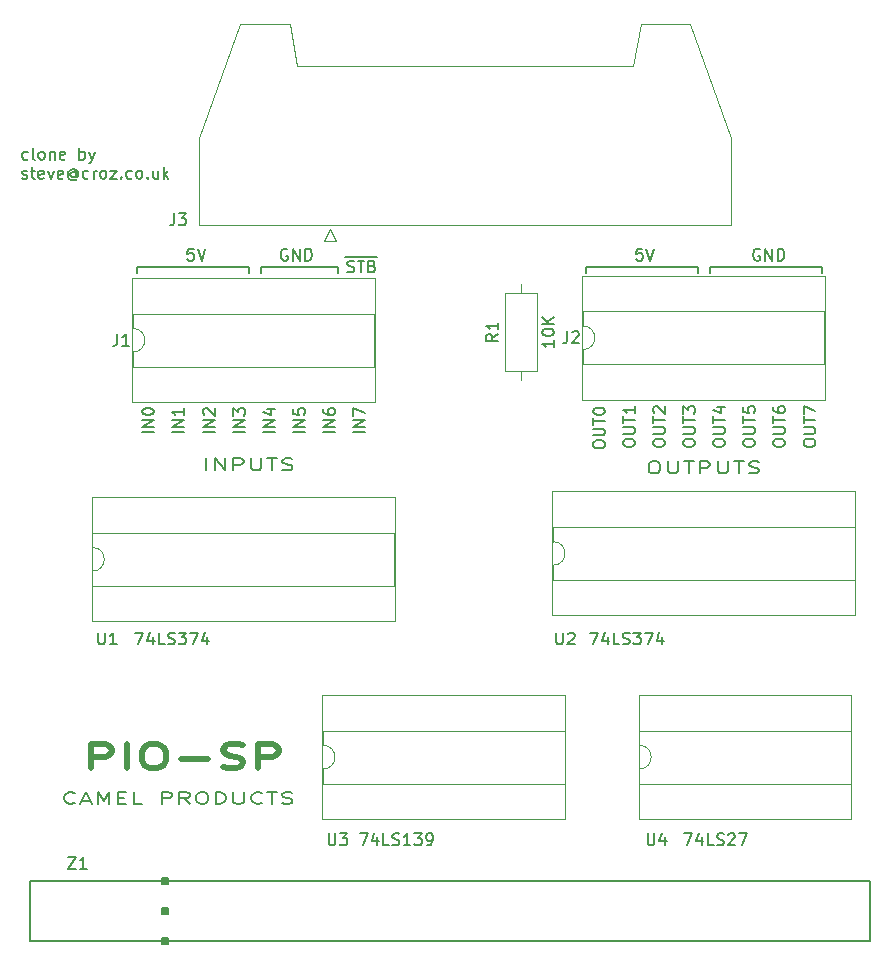
<source format=gbr>
%TF.GenerationSoftware,KiCad,Pcbnew,(6.0.5-0)*%
%TF.CreationDate,2023-11-24T08:12:00-08:00*%
%TF.ProjectId,pio-sp-clone,70696f2d-7370-42d6-936c-6f6e652e6b69,ISS01*%
%TF.SameCoordinates,Original*%
%TF.FileFunction,Legend,Top*%
%TF.FilePolarity,Positive*%
%FSLAX46Y46*%
G04 Gerber Fmt 4.6, Leading zero omitted, Abs format (unit mm)*
G04 Created by KiCad (PCBNEW (6.0.5-0)) date 2023-11-24 08:12:00*
%MOMM*%
%LPD*%
G01*
G04 APERTURE LIST*
%ADD10C,0.150000*%
%ADD11C,0.200000*%
%ADD12C,0.500000*%
%ADD13C,0.120000*%
G04 APERTURE END LIST*
D10*
X132320000Y-72820000D02*
X138820000Y-72820000D01*
X170320000Y-72820000D02*
X179820000Y-72820000D01*
X123924000Y-124552000D02*
X124432000Y-124552000D01*
X124432000Y-124552000D02*
X124432000Y-125060000D01*
X124432000Y-125060000D02*
X123924000Y-125060000D01*
X123924000Y-125060000D02*
X123924000Y-124552000D01*
G36*
X123924000Y-124552000D02*
G01*
X124432000Y-124552000D01*
X124432000Y-125060000D01*
X123924000Y-125060000D01*
X123924000Y-124552000D01*
G37*
X131320000Y-72820000D02*
X131320000Y-73320000D01*
X170320000Y-72820000D02*
X170320000Y-73320000D01*
X159820000Y-72820000D02*
X169320000Y-72820000D01*
X132320000Y-73320000D02*
X132320000Y-72820000D01*
X169320000Y-72820000D02*
X169320000Y-73320000D01*
X123924000Y-127092000D02*
X124432000Y-127092000D01*
X124432000Y-127092000D02*
X124432000Y-127600000D01*
X124432000Y-127600000D02*
X123924000Y-127600000D01*
X123924000Y-127600000D02*
X123924000Y-127092000D01*
G36*
X123924000Y-127092000D02*
G01*
X124432000Y-127092000D01*
X124432000Y-127600000D01*
X123924000Y-127600000D01*
X123924000Y-127092000D01*
G37*
X159820000Y-72820000D02*
X159820000Y-73320000D01*
X121820000Y-72820000D02*
X131320000Y-72820000D01*
X179820000Y-72820000D02*
X179820000Y-73320000D01*
X138820000Y-72820000D02*
X138820000Y-73320000D01*
X123924000Y-129632000D02*
X124432000Y-129632000D01*
X124432000Y-129632000D02*
X124432000Y-130140000D01*
X124432000Y-130140000D02*
X123924000Y-130140000D01*
X123924000Y-130140000D02*
X123924000Y-129632000D01*
G36*
X123924000Y-129632000D02*
G01*
X124432000Y-129632000D01*
X124432000Y-130140000D01*
X123924000Y-130140000D01*
X123924000Y-129632000D01*
G37*
X121820000Y-72820000D02*
X121820000Y-73320000D01*
X138600380Y-86820000D02*
X137600380Y-86820000D01*
X138600380Y-86343809D02*
X137600380Y-86343809D01*
X138600380Y-85772380D01*
X137600380Y-85772380D01*
X137600380Y-84867619D02*
X137600380Y-85058095D01*
X137648000Y-85153333D01*
X137695619Y-85200952D01*
X137838476Y-85296190D01*
X138028952Y-85343809D01*
X138409904Y-85343809D01*
X138505142Y-85296190D01*
X138552761Y-85248571D01*
X138600380Y-85153333D01*
X138600380Y-84962857D01*
X138552761Y-84867619D01*
X138505142Y-84820000D01*
X138409904Y-84772380D01*
X138171809Y-84772380D01*
X138076571Y-84820000D01*
X138028952Y-84867619D01*
X137981333Y-84962857D01*
X137981333Y-85153333D01*
X138028952Y-85248571D01*
X138076571Y-85296190D01*
X138171809Y-85343809D01*
X139462857Y-71990000D02*
X140415238Y-71990000D01*
X139653333Y-73224761D02*
X139796190Y-73272380D01*
X140034285Y-73272380D01*
X140129523Y-73224761D01*
X140177142Y-73177142D01*
X140224761Y-73081904D01*
X140224761Y-72986666D01*
X140177142Y-72891428D01*
X140129523Y-72843809D01*
X140034285Y-72796190D01*
X139843809Y-72748571D01*
X139748571Y-72700952D01*
X139700952Y-72653333D01*
X139653333Y-72558095D01*
X139653333Y-72462857D01*
X139700952Y-72367619D01*
X139748571Y-72320000D01*
X139843809Y-72272380D01*
X140081904Y-72272380D01*
X140224761Y-72320000D01*
X140415238Y-71990000D02*
X141177142Y-71990000D01*
X140510476Y-72272380D02*
X141081904Y-72272380D01*
X140796190Y-73272380D02*
X140796190Y-72272380D01*
X141177142Y-71990000D02*
X142177142Y-71990000D01*
X141748571Y-72748571D02*
X141891428Y-72796190D01*
X141939047Y-72843809D01*
X141986666Y-72939047D01*
X141986666Y-73081904D01*
X141939047Y-73177142D01*
X141891428Y-73224761D01*
X141796190Y-73272380D01*
X141415238Y-73272380D01*
X141415238Y-72272380D01*
X141748571Y-72272380D01*
X141843809Y-72320000D01*
X141891428Y-72367619D01*
X141939047Y-72462857D01*
X141939047Y-72558095D01*
X141891428Y-72653333D01*
X141843809Y-72700952D01*
X141748571Y-72748571D01*
X141415238Y-72748571D01*
X130980380Y-86820000D02*
X129980380Y-86820000D01*
X130980380Y-86343809D02*
X129980380Y-86343809D01*
X130980380Y-85772380D01*
X129980380Y-85772380D01*
X129980380Y-85391428D02*
X129980380Y-84772380D01*
X130361333Y-85105714D01*
X130361333Y-84962857D01*
X130408952Y-84867619D01*
X130456571Y-84820000D01*
X130551809Y-84772380D01*
X130789904Y-84772380D01*
X130885142Y-84820000D01*
X130932761Y-84867619D01*
X130980380Y-84962857D01*
X130980380Y-85248571D01*
X130932761Y-85343809D01*
X130885142Y-85391428D01*
X126629523Y-71272380D02*
X126153333Y-71272380D01*
X126105714Y-71748571D01*
X126153333Y-71700952D01*
X126248571Y-71653333D01*
X126486666Y-71653333D01*
X126581904Y-71700952D01*
X126629523Y-71748571D01*
X126677142Y-71843809D01*
X126677142Y-72081904D01*
X126629523Y-72177142D01*
X126581904Y-72224761D01*
X126486666Y-72272380D01*
X126248571Y-72272380D01*
X126153333Y-72224761D01*
X126105714Y-72177142D01*
X126962857Y-71272380D02*
X127296190Y-72272380D01*
X127629523Y-71272380D01*
X165540380Y-87796190D02*
X165540380Y-87605714D01*
X165588000Y-87510476D01*
X165683238Y-87415238D01*
X165873714Y-87367619D01*
X166207047Y-87367619D01*
X166397523Y-87415238D01*
X166492761Y-87510476D01*
X166540380Y-87605714D01*
X166540380Y-87796190D01*
X166492761Y-87891428D01*
X166397523Y-87986666D01*
X166207047Y-88034285D01*
X165873714Y-88034285D01*
X165683238Y-87986666D01*
X165588000Y-87891428D01*
X165540380Y-87796190D01*
X165540380Y-86939047D02*
X166349904Y-86939047D01*
X166445142Y-86891428D01*
X166492761Y-86843809D01*
X166540380Y-86748571D01*
X166540380Y-86558095D01*
X166492761Y-86462857D01*
X166445142Y-86415238D01*
X166349904Y-86367619D01*
X165540380Y-86367619D01*
X165540380Y-86034285D02*
X165540380Y-85462857D01*
X166540380Y-85748571D02*
X165540380Y-85748571D01*
X165635619Y-85177142D02*
X165588000Y-85129523D01*
X165540380Y-85034285D01*
X165540380Y-84796190D01*
X165588000Y-84700952D01*
X165635619Y-84653333D01*
X165730857Y-84605714D01*
X165826095Y-84605714D01*
X165968952Y-84653333D01*
X166540380Y-85224761D01*
X166540380Y-84605714D01*
X174558095Y-71320000D02*
X174462857Y-71272380D01*
X174320000Y-71272380D01*
X174177142Y-71320000D01*
X174081904Y-71415238D01*
X174034285Y-71510476D01*
X173986666Y-71700952D01*
X173986666Y-71843809D01*
X174034285Y-72034285D01*
X174081904Y-72129523D01*
X174177142Y-72224761D01*
X174320000Y-72272380D01*
X174415238Y-72272380D01*
X174558095Y-72224761D01*
X174605714Y-72177142D01*
X174605714Y-71843809D01*
X174415238Y-71843809D01*
X175034285Y-72272380D02*
X175034285Y-71272380D01*
X175605714Y-72272380D01*
X175605714Y-71272380D01*
X176081904Y-72272380D02*
X176081904Y-71272380D01*
X176320000Y-71272380D01*
X176462857Y-71320000D01*
X176558095Y-71415238D01*
X176605714Y-71510476D01*
X176653333Y-71700952D01*
X176653333Y-71843809D01*
X176605714Y-72034285D01*
X176558095Y-72129523D01*
X176462857Y-72224761D01*
X176320000Y-72272380D01*
X176081904Y-72272380D01*
X125772380Y-86820000D02*
X124772380Y-86820000D01*
X125772380Y-86343809D02*
X124772380Y-86343809D01*
X125772380Y-85772380D01*
X124772380Y-85772380D01*
X125772380Y-84772380D02*
X125772380Y-85343809D01*
X125772380Y-85058095D02*
X124772380Y-85058095D01*
X124915238Y-85153333D01*
X125010476Y-85248571D01*
X125058095Y-85343809D01*
X178272380Y-87796190D02*
X178272380Y-87605714D01*
X178320000Y-87510476D01*
X178415238Y-87415238D01*
X178605714Y-87367619D01*
X178939047Y-87367619D01*
X179129523Y-87415238D01*
X179224761Y-87510476D01*
X179272380Y-87605714D01*
X179272380Y-87796190D01*
X179224761Y-87891428D01*
X179129523Y-87986666D01*
X178939047Y-88034285D01*
X178605714Y-88034285D01*
X178415238Y-87986666D01*
X178320000Y-87891428D01*
X178272380Y-87796190D01*
X178272380Y-86939047D02*
X179081904Y-86939047D01*
X179177142Y-86891428D01*
X179224761Y-86843809D01*
X179272380Y-86748571D01*
X179272380Y-86558095D01*
X179224761Y-86462857D01*
X179177142Y-86415238D01*
X179081904Y-86367619D01*
X178272380Y-86367619D01*
X178272380Y-86034285D02*
X178272380Y-85462857D01*
X179272380Y-85748571D02*
X178272380Y-85748571D01*
X178272380Y-85224761D02*
X178272380Y-84558095D01*
X179272380Y-84986666D01*
X112584166Y-63669761D02*
X112488928Y-63717380D01*
X112298452Y-63717380D01*
X112203214Y-63669761D01*
X112155595Y-63622142D01*
X112107976Y-63526904D01*
X112107976Y-63241190D01*
X112155595Y-63145952D01*
X112203214Y-63098333D01*
X112298452Y-63050714D01*
X112488928Y-63050714D01*
X112584166Y-63098333D01*
X113155595Y-63717380D02*
X113060357Y-63669761D01*
X113012738Y-63574523D01*
X113012738Y-62717380D01*
X113679404Y-63717380D02*
X113584166Y-63669761D01*
X113536547Y-63622142D01*
X113488928Y-63526904D01*
X113488928Y-63241190D01*
X113536547Y-63145952D01*
X113584166Y-63098333D01*
X113679404Y-63050714D01*
X113822261Y-63050714D01*
X113917500Y-63098333D01*
X113965119Y-63145952D01*
X114012738Y-63241190D01*
X114012738Y-63526904D01*
X113965119Y-63622142D01*
X113917500Y-63669761D01*
X113822261Y-63717380D01*
X113679404Y-63717380D01*
X114441309Y-63050714D02*
X114441309Y-63717380D01*
X114441309Y-63145952D02*
X114488928Y-63098333D01*
X114584166Y-63050714D01*
X114727023Y-63050714D01*
X114822261Y-63098333D01*
X114869880Y-63193571D01*
X114869880Y-63717380D01*
X115727023Y-63669761D02*
X115631785Y-63717380D01*
X115441309Y-63717380D01*
X115346071Y-63669761D01*
X115298452Y-63574523D01*
X115298452Y-63193571D01*
X115346071Y-63098333D01*
X115441309Y-63050714D01*
X115631785Y-63050714D01*
X115727023Y-63098333D01*
X115774642Y-63193571D01*
X115774642Y-63288809D01*
X115298452Y-63384047D01*
X116965119Y-63717380D02*
X116965119Y-62717380D01*
X116965119Y-63098333D02*
X117060357Y-63050714D01*
X117250833Y-63050714D01*
X117346071Y-63098333D01*
X117393690Y-63145952D01*
X117441309Y-63241190D01*
X117441309Y-63526904D01*
X117393690Y-63622142D01*
X117346071Y-63669761D01*
X117250833Y-63717380D01*
X117060357Y-63717380D01*
X116965119Y-63669761D01*
X117774642Y-63050714D02*
X118012738Y-63717380D01*
X118250833Y-63050714D02*
X118012738Y-63717380D01*
X117917500Y-63955476D01*
X117869880Y-64003095D01*
X117774642Y-64050714D01*
X112107976Y-65279761D02*
X112203214Y-65327380D01*
X112393690Y-65327380D01*
X112488928Y-65279761D01*
X112536547Y-65184523D01*
X112536547Y-65136904D01*
X112488928Y-65041666D01*
X112393690Y-64994047D01*
X112250833Y-64994047D01*
X112155595Y-64946428D01*
X112107976Y-64851190D01*
X112107976Y-64803571D01*
X112155595Y-64708333D01*
X112250833Y-64660714D01*
X112393690Y-64660714D01*
X112488928Y-64708333D01*
X112822261Y-64660714D02*
X113203214Y-64660714D01*
X112965119Y-64327380D02*
X112965119Y-65184523D01*
X113012738Y-65279761D01*
X113107976Y-65327380D01*
X113203214Y-65327380D01*
X113917500Y-65279761D02*
X113822261Y-65327380D01*
X113631785Y-65327380D01*
X113536547Y-65279761D01*
X113488928Y-65184523D01*
X113488928Y-64803571D01*
X113536547Y-64708333D01*
X113631785Y-64660714D01*
X113822261Y-64660714D01*
X113917500Y-64708333D01*
X113965119Y-64803571D01*
X113965119Y-64898809D01*
X113488928Y-64994047D01*
X114298452Y-64660714D02*
X114536547Y-65327380D01*
X114774642Y-64660714D01*
X115536547Y-65279761D02*
X115441309Y-65327380D01*
X115250833Y-65327380D01*
X115155595Y-65279761D01*
X115107976Y-65184523D01*
X115107976Y-64803571D01*
X115155595Y-64708333D01*
X115250833Y-64660714D01*
X115441309Y-64660714D01*
X115536547Y-64708333D01*
X115584166Y-64803571D01*
X115584166Y-64898809D01*
X115107976Y-64994047D01*
X116631785Y-64851190D02*
X116584166Y-64803571D01*
X116488928Y-64755952D01*
X116393690Y-64755952D01*
X116298452Y-64803571D01*
X116250833Y-64851190D01*
X116203214Y-64946428D01*
X116203214Y-65041666D01*
X116250833Y-65136904D01*
X116298452Y-65184523D01*
X116393690Y-65232142D01*
X116488928Y-65232142D01*
X116584166Y-65184523D01*
X116631785Y-65136904D01*
X116631785Y-64755952D02*
X116631785Y-65136904D01*
X116679404Y-65184523D01*
X116727023Y-65184523D01*
X116822261Y-65136904D01*
X116869880Y-65041666D01*
X116869880Y-64803571D01*
X116774642Y-64660714D01*
X116631785Y-64565476D01*
X116441309Y-64517857D01*
X116250833Y-64565476D01*
X116107976Y-64660714D01*
X116012738Y-64803571D01*
X115965119Y-64994047D01*
X116012738Y-65184523D01*
X116107976Y-65327380D01*
X116250833Y-65422619D01*
X116441309Y-65470238D01*
X116631785Y-65422619D01*
X116774642Y-65327380D01*
X117727023Y-65279761D02*
X117631785Y-65327380D01*
X117441309Y-65327380D01*
X117346071Y-65279761D01*
X117298452Y-65232142D01*
X117250833Y-65136904D01*
X117250833Y-64851190D01*
X117298452Y-64755952D01*
X117346071Y-64708333D01*
X117441309Y-64660714D01*
X117631785Y-64660714D01*
X117727023Y-64708333D01*
X118155595Y-65327380D02*
X118155595Y-64660714D01*
X118155595Y-64851190D02*
X118203214Y-64755952D01*
X118250833Y-64708333D01*
X118346071Y-64660714D01*
X118441309Y-64660714D01*
X118917500Y-65327380D02*
X118822261Y-65279761D01*
X118774642Y-65232142D01*
X118727023Y-65136904D01*
X118727023Y-64851190D01*
X118774642Y-64755952D01*
X118822261Y-64708333D01*
X118917500Y-64660714D01*
X119060357Y-64660714D01*
X119155595Y-64708333D01*
X119203214Y-64755952D01*
X119250833Y-64851190D01*
X119250833Y-65136904D01*
X119203214Y-65232142D01*
X119155595Y-65279761D01*
X119060357Y-65327380D01*
X118917500Y-65327380D01*
X119584166Y-64660714D02*
X120107976Y-64660714D01*
X119584166Y-65327380D01*
X120107976Y-65327380D01*
X120488928Y-65232142D02*
X120536547Y-65279761D01*
X120488928Y-65327380D01*
X120441309Y-65279761D01*
X120488928Y-65232142D01*
X120488928Y-65327380D01*
X121393690Y-65279761D02*
X121298452Y-65327380D01*
X121107976Y-65327380D01*
X121012738Y-65279761D01*
X120965119Y-65232142D01*
X120917500Y-65136904D01*
X120917500Y-64851190D01*
X120965119Y-64755952D01*
X121012738Y-64708333D01*
X121107976Y-64660714D01*
X121298452Y-64660714D01*
X121393690Y-64708333D01*
X121965119Y-65327380D02*
X121869880Y-65279761D01*
X121822261Y-65232142D01*
X121774642Y-65136904D01*
X121774642Y-64851190D01*
X121822261Y-64755952D01*
X121869880Y-64708333D01*
X121965119Y-64660714D01*
X122107976Y-64660714D01*
X122203214Y-64708333D01*
X122250833Y-64755952D01*
X122298452Y-64851190D01*
X122298452Y-65136904D01*
X122250833Y-65232142D01*
X122203214Y-65279761D01*
X122107976Y-65327380D01*
X121965119Y-65327380D01*
X122727023Y-65232142D02*
X122774642Y-65279761D01*
X122727023Y-65327380D01*
X122679404Y-65279761D01*
X122727023Y-65232142D01*
X122727023Y-65327380D01*
X123631785Y-64660714D02*
X123631785Y-65327380D01*
X123203214Y-64660714D02*
X123203214Y-65184523D01*
X123250833Y-65279761D01*
X123346071Y-65327380D01*
X123488928Y-65327380D01*
X123584166Y-65279761D01*
X123631785Y-65232142D01*
X124107976Y-65327380D02*
X124107976Y-64327380D01*
X124203214Y-64946428D02*
X124488928Y-65327380D01*
X124488928Y-64660714D02*
X124107976Y-65041666D01*
X136060380Y-86820000D02*
X135060380Y-86820000D01*
X136060380Y-86343809D02*
X135060380Y-86343809D01*
X136060380Y-85772380D01*
X135060380Y-85772380D01*
X135060380Y-84820000D02*
X135060380Y-85296190D01*
X135536571Y-85343809D01*
X135488952Y-85296190D01*
X135441333Y-85200952D01*
X135441333Y-84962857D01*
X135488952Y-84867619D01*
X135536571Y-84820000D01*
X135631809Y-84772380D01*
X135869904Y-84772380D01*
X135965142Y-84820000D01*
X136012761Y-84867619D01*
X136060380Y-84962857D01*
X136060380Y-85200952D01*
X136012761Y-85296190D01*
X135965142Y-85343809D01*
D11*
X116570000Y-118177142D02*
X116498571Y-118224761D01*
X116284285Y-118272380D01*
X116141428Y-118272380D01*
X115927142Y-118224761D01*
X115784285Y-118129523D01*
X115712857Y-118034285D01*
X115641428Y-117843809D01*
X115641428Y-117700952D01*
X115712857Y-117510476D01*
X115784285Y-117415238D01*
X115927142Y-117320000D01*
X116141428Y-117272380D01*
X116284285Y-117272380D01*
X116498571Y-117320000D01*
X116570000Y-117367619D01*
X117141428Y-117986666D02*
X117855714Y-117986666D01*
X116998571Y-118272380D02*
X117498571Y-117272380D01*
X117998571Y-118272380D01*
X118498571Y-118272380D02*
X118498571Y-117272380D01*
X118998571Y-117986666D01*
X119498571Y-117272380D01*
X119498571Y-118272380D01*
X120212857Y-117748571D02*
X120712857Y-117748571D01*
X120927142Y-118272380D02*
X120212857Y-118272380D01*
X120212857Y-117272380D01*
X120927142Y-117272380D01*
X122284285Y-118272380D02*
X121570000Y-118272380D01*
X121570000Y-117272380D01*
X123927142Y-118272380D02*
X123927142Y-117272380D01*
X124498571Y-117272380D01*
X124641428Y-117320000D01*
X124712857Y-117367619D01*
X124784285Y-117462857D01*
X124784285Y-117605714D01*
X124712857Y-117700952D01*
X124641428Y-117748571D01*
X124498571Y-117796190D01*
X123927142Y-117796190D01*
X126284285Y-118272380D02*
X125784285Y-117796190D01*
X125427142Y-118272380D02*
X125427142Y-117272380D01*
X125998571Y-117272380D01*
X126141428Y-117320000D01*
X126212857Y-117367619D01*
X126284285Y-117462857D01*
X126284285Y-117605714D01*
X126212857Y-117700952D01*
X126141428Y-117748571D01*
X125998571Y-117796190D01*
X125427142Y-117796190D01*
X127212857Y-117272380D02*
X127498571Y-117272380D01*
X127641428Y-117320000D01*
X127784285Y-117415238D01*
X127855714Y-117605714D01*
X127855714Y-117939047D01*
X127784285Y-118129523D01*
X127641428Y-118224761D01*
X127498571Y-118272380D01*
X127212857Y-118272380D01*
X127070000Y-118224761D01*
X126927142Y-118129523D01*
X126855714Y-117939047D01*
X126855714Y-117605714D01*
X126927142Y-117415238D01*
X127070000Y-117320000D01*
X127212857Y-117272380D01*
X128498571Y-118272380D02*
X128498571Y-117272380D01*
X128855714Y-117272380D01*
X129070000Y-117320000D01*
X129212857Y-117415238D01*
X129284285Y-117510476D01*
X129355714Y-117700952D01*
X129355714Y-117843809D01*
X129284285Y-118034285D01*
X129212857Y-118129523D01*
X129070000Y-118224761D01*
X128855714Y-118272380D01*
X128498571Y-118272380D01*
X129998571Y-117272380D02*
X129998571Y-118081904D01*
X130070000Y-118177142D01*
X130141428Y-118224761D01*
X130284285Y-118272380D01*
X130570000Y-118272380D01*
X130712857Y-118224761D01*
X130784285Y-118177142D01*
X130855714Y-118081904D01*
X130855714Y-117272380D01*
X132427142Y-118177142D02*
X132355714Y-118224761D01*
X132141428Y-118272380D01*
X131998571Y-118272380D01*
X131784285Y-118224761D01*
X131641428Y-118129523D01*
X131570000Y-118034285D01*
X131498571Y-117843809D01*
X131498571Y-117700952D01*
X131570000Y-117510476D01*
X131641428Y-117415238D01*
X131784285Y-117320000D01*
X131998571Y-117272380D01*
X132141428Y-117272380D01*
X132355714Y-117320000D01*
X132427142Y-117367619D01*
X132855714Y-117272380D02*
X133712857Y-117272380D01*
X133284285Y-118272380D02*
X133284285Y-117272380D01*
X134141428Y-118224761D02*
X134355714Y-118272380D01*
X134712857Y-118272380D01*
X134855714Y-118224761D01*
X134927142Y-118177142D01*
X134998571Y-118081904D01*
X134998571Y-117986666D01*
X134927142Y-117891428D01*
X134855714Y-117843809D01*
X134712857Y-117796190D01*
X134427142Y-117748571D01*
X134284285Y-117700952D01*
X134212857Y-117653333D01*
X134141428Y-117558095D01*
X134141428Y-117462857D01*
X134212857Y-117367619D01*
X134284285Y-117320000D01*
X134427142Y-117272380D01*
X134784285Y-117272380D01*
X134998571Y-117320000D01*
D10*
X133520380Y-86820000D02*
X132520380Y-86820000D01*
X133520380Y-86343809D02*
X132520380Y-86343809D01*
X133520380Y-85772380D01*
X132520380Y-85772380D01*
X132853714Y-84867619D02*
X133520380Y-84867619D01*
X132472761Y-85105714D02*
X133187047Y-85343809D01*
X133187047Y-84724761D01*
X168080380Y-87796190D02*
X168080380Y-87605714D01*
X168128000Y-87510476D01*
X168223238Y-87415238D01*
X168413714Y-87367619D01*
X168747047Y-87367619D01*
X168937523Y-87415238D01*
X169032761Y-87510476D01*
X169080380Y-87605714D01*
X169080380Y-87796190D01*
X169032761Y-87891428D01*
X168937523Y-87986666D01*
X168747047Y-88034285D01*
X168413714Y-88034285D01*
X168223238Y-87986666D01*
X168128000Y-87891428D01*
X168080380Y-87796190D01*
X168080380Y-86939047D02*
X168889904Y-86939047D01*
X168985142Y-86891428D01*
X169032761Y-86843809D01*
X169080380Y-86748571D01*
X169080380Y-86558095D01*
X169032761Y-86462857D01*
X168985142Y-86415238D01*
X168889904Y-86367619D01*
X168080380Y-86367619D01*
X168080380Y-86034285D02*
X168080380Y-85462857D01*
X169080380Y-85748571D02*
X168080380Y-85748571D01*
X168080380Y-85224761D02*
X168080380Y-84605714D01*
X168461333Y-84939047D01*
X168461333Y-84796190D01*
X168508952Y-84700952D01*
X168556571Y-84653333D01*
X168651809Y-84605714D01*
X168889904Y-84605714D01*
X168985142Y-84653333D01*
X169032761Y-84700952D01*
X169080380Y-84796190D01*
X169080380Y-85081904D01*
X169032761Y-85177142D01*
X168985142Y-85224761D01*
X173160380Y-87796190D02*
X173160380Y-87605714D01*
X173208000Y-87510476D01*
X173303238Y-87415238D01*
X173493714Y-87367619D01*
X173827047Y-87367619D01*
X174017523Y-87415238D01*
X174112761Y-87510476D01*
X174160380Y-87605714D01*
X174160380Y-87796190D01*
X174112761Y-87891428D01*
X174017523Y-87986666D01*
X173827047Y-88034285D01*
X173493714Y-88034285D01*
X173303238Y-87986666D01*
X173208000Y-87891428D01*
X173160380Y-87796190D01*
X173160380Y-86939047D02*
X173969904Y-86939047D01*
X174065142Y-86891428D01*
X174112761Y-86843809D01*
X174160380Y-86748571D01*
X174160380Y-86558095D01*
X174112761Y-86462857D01*
X174065142Y-86415238D01*
X173969904Y-86367619D01*
X173160380Y-86367619D01*
X173160380Y-86034285D02*
X173160380Y-85462857D01*
X174160380Y-85748571D02*
X173160380Y-85748571D01*
X173160380Y-84653333D02*
X173160380Y-85129523D01*
X173636571Y-85177142D01*
X173588952Y-85129523D01*
X173541333Y-85034285D01*
X173541333Y-84796190D01*
X173588952Y-84700952D01*
X173636571Y-84653333D01*
X173731809Y-84605714D01*
X173969904Y-84605714D01*
X174065142Y-84653333D01*
X174112761Y-84700952D01*
X174160380Y-84796190D01*
X174160380Y-85034285D01*
X174112761Y-85129523D01*
X174065142Y-85177142D01*
X175700380Y-87796190D02*
X175700380Y-87605714D01*
X175748000Y-87510476D01*
X175843238Y-87415238D01*
X176033714Y-87367619D01*
X176367047Y-87367619D01*
X176557523Y-87415238D01*
X176652761Y-87510476D01*
X176700380Y-87605714D01*
X176700380Y-87796190D01*
X176652761Y-87891428D01*
X176557523Y-87986666D01*
X176367047Y-88034285D01*
X176033714Y-88034285D01*
X175843238Y-87986666D01*
X175748000Y-87891428D01*
X175700380Y-87796190D01*
X175700380Y-86939047D02*
X176509904Y-86939047D01*
X176605142Y-86891428D01*
X176652761Y-86843809D01*
X176700380Y-86748571D01*
X176700380Y-86558095D01*
X176652761Y-86462857D01*
X176605142Y-86415238D01*
X176509904Y-86367619D01*
X175700380Y-86367619D01*
X175700380Y-86034285D02*
X175700380Y-85462857D01*
X176700380Y-85748571D02*
X175700380Y-85748571D01*
X175700380Y-84700952D02*
X175700380Y-84891428D01*
X175748000Y-84986666D01*
X175795619Y-85034285D01*
X175938476Y-85129523D01*
X176128952Y-85177142D01*
X176509904Y-85177142D01*
X176605142Y-85129523D01*
X176652761Y-85081904D01*
X176700380Y-84986666D01*
X176700380Y-84796190D01*
X176652761Y-84700952D01*
X176605142Y-84653333D01*
X176509904Y-84605714D01*
X176271809Y-84605714D01*
X176176571Y-84653333D01*
X176128952Y-84700952D01*
X176081333Y-84796190D01*
X176081333Y-84986666D01*
X176128952Y-85081904D01*
X176176571Y-85129523D01*
X176271809Y-85177142D01*
X128440380Y-86820000D02*
X127440380Y-86820000D01*
X128440380Y-86343809D02*
X127440380Y-86343809D01*
X128440380Y-85772380D01*
X127440380Y-85772380D01*
X127535619Y-85343809D02*
X127488000Y-85296190D01*
X127440380Y-85200952D01*
X127440380Y-84962857D01*
X127488000Y-84867619D01*
X127535619Y-84820000D01*
X127630857Y-84772380D01*
X127726095Y-84772380D01*
X127868952Y-84820000D01*
X128440380Y-85391428D01*
X128440380Y-84772380D01*
X163000380Y-87796190D02*
X163000380Y-87605714D01*
X163048000Y-87510476D01*
X163143238Y-87415238D01*
X163333714Y-87367619D01*
X163667047Y-87367619D01*
X163857523Y-87415238D01*
X163952761Y-87510476D01*
X164000380Y-87605714D01*
X164000380Y-87796190D01*
X163952761Y-87891428D01*
X163857523Y-87986666D01*
X163667047Y-88034285D01*
X163333714Y-88034285D01*
X163143238Y-87986666D01*
X163048000Y-87891428D01*
X163000380Y-87796190D01*
X163000380Y-86939047D02*
X163809904Y-86939047D01*
X163905142Y-86891428D01*
X163952761Y-86843809D01*
X164000380Y-86748571D01*
X164000380Y-86558095D01*
X163952761Y-86462857D01*
X163905142Y-86415238D01*
X163809904Y-86367619D01*
X163000380Y-86367619D01*
X163000380Y-86034285D02*
X163000380Y-85462857D01*
X164000380Y-85748571D02*
X163000380Y-85748571D01*
X164000380Y-84605714D02*
X164000380Y-85177142D01*
X164000380Y-84891428D02*
X163000380Y-84891428D01*
X163143238Y-84986666D01*
X163238476Y-85081904D01*
X163286095Y-85177142D01*
D12*
X117962857Y-115224761D02*
X117962857Y-113224761D01*
X119105714Y-113224761D01*
X119391428Y-113320000D01*
X119534285Y-113415238D01*
X119677142Y-113605714D01*
X119677142Y-113891428D01*
X119534285Y-114081904D01*
X119391428Y-114177142D01*
X119105714Y-114272380D01*
X117962857Y-114272380D01*
X120962857Y-115224761D02*
X120962857Y-113224761D01*
X122962857Y-113224761D02*
X123534285Y-113224761D01*
X123820000Y-113320000D01*
X124105714Y-113510476D01*
X124248571Y-113891428D01*
X124248571Y-114558095D01*
X124105714Y-114939047D01*
X123820000Y-115129523D01*
X123534285Y-115224761D01*
X122962857Y-115224761D01*
X122677142Y-115129523D01*
X122391428Y-114939047D01*
X122248571Y-114558095D01*
X122248571Y-113891428D01*
X122391428Y-113510476D01*
X122677142Y-113320000D01*
X122962857Y-113224761D01*
X125534285Y-114462857D02*
X127820000Y-114462857D01*
X129105714Y-115129523D02*
X129534285Y-115224761D01*
X130248571Y-115224761D01*
X130534285Y-115129523D01*
X130677142Y-115034285D01*
X130820000Y-114843809D01*
X130820000Y-114653333D01*
X130677142Y-114462857D01*
X130534285Y-114367619D01*
X130248571Y-114272380D01*
X129677142Y-114177142D01*
X129391428Y-114081904D01*
X129248571Y-113986666D01*
X129105714Y-113796190D01*
X129105714Y-113605714D01*
X129248571Y-113415238D01*
X129391428Y-113320000D01*
X129677142Y-113224761D01*
X130391428Y-113224761D01*
X130820000Y-113320000D01*
X132105714Y-115224761D02*
X132105714Y-113224761D01*
X133248571Y-113224761D01*
X133534285Y-113320000D01*
X133677142Y-113415238D01*
X133820000Y-113605714D01*
X133820000Y-113891428D01*
X133677142Y-114081904D01*
X133534285Y-114177142D01*
X133248571Y-114272380D01*
X132105714Y-114272380D01*
D10*
X164629523Y-71272380D02*
X164153333Y-71272380D01*
X164105714Y-71748571D01*
X164153333Y-71700952D01*
X164248571Y-71653333D01*
X164486666Y-71653333D01*
X164581904Y-71700952D01*
X164629523Y-71748571D01*
X164677142Y-71843809D01*
X164677142Y-72081904D01*
X164629523Y-72177142D01*
X164581904Y-72224761D01*
X164486666Y-72272380D01*
X164248571Y-72272380D01*
X164153333Y-72224761D01*
X164105714Y-72177142D01*
X164962857Y-71272380D02*
X165296190Y-72272380D01*
X165629523Y-71272380D01*
X141140380Y-86820000D02*
X140140380Y-86820000D01*
X141140380Y-86343809D02*
X140140380Y-86343809D01*
X141140380Y-85772380D01*
X140140380Y-85772380D01*
X140140380Y-85391428D02*
X140140380Y-84724761D01*
X141140380Y-85153333D01*
X160460380Y-87928190D02*
X160460380Y-87737714D01*
X160508000Y-87642476D01*
X160603238Y-87547238D01*
X160793714Y-87499619D01*
X161127047Y-87499619D01*
X161317523Y-87547238D01*
X161412761Y-87642476D01*
X161460380Y-87737714D01*
X161460380Y-87928190D01*
X161412761Y-88023428D01*
X161317523Y-88118666D01*
X161127047Y-88166285D01*
X160793714Y-88166285D01*
X160603238Y-88118666D01*
X160508000Y-88023428D01*
X160460380Y-87928190D01*
X160460380Y-87071047D02*
X161269904Y-87071047D01*
X161365142Y-87023428D01*
X161412761Y-86975809D01*
X161460380Y-86880571D01*
X161460380Y-86690095D01*
X161412761Y-86594857D01*
X161365142Y-86547238D01*
X161269904Y-86499619D01*
X160460380Y-86499619D01*
X160460380Y-86166285D02*
X160460380Y-85594857D01*
X161460380Y-85880571D02*
X160460380Y-85880571D01*
X160460380Y-85071047D02*
X160460380Y-84975809D01*
X160508000Y-84880571D01*
X160555619Y-84832952D01*
X160650857Y-84785333D01*
X160841333Y-84737714D01*
X161079428Y-84737714D01*
X161269904Y-84785333D01*
X161365142Y-84832952D01*
X161412761Y-84880571D01*
X161460380Y-84975809D01*
X161460380Y-85071047D01*
X161412761Y-85166285D01*
X161365142Y-85213904D01*
X161269904Y-85261523D01*
X161079428Y-85309142D01*
X160841333Y-85309142D01*
X160650857Y-85261523D01*
X160555619Y-85213904D01*
X160508000Y-85166285D01*
X160460380Y-85071047D01*
X170620380Y-87796190D02*
X170620380Y-87605714D01*
X170668000Y-87510476D01*
X170763238Y-87415238D01*
X170953714Y-87367619D01*
X171287047Y-87367619D01*
X171477523Y-87415238D01*
X171572761Y-87510476D01*
X171620380Y-87605714D01*
X171620380Y-87796190D01*
X171572761Y-87891428D01*
X171477523Y-87986666D01*
X171287047Y-88034285D01*
X170953714Y-88034285D01*
X170763238Y-87986666D01*
X170668000Y-87891428D01*
X170620380Y-87796190D01*
X170620380Y-86939047D02*
X171429904Y-86939047D01*
X171525142Y-86891428D01*
X171572761Y-86843809D01*
X171620380Y-86748571D01*
X171620380Y-86558095D01*
X171572761Y-86462857D01*
X171525142Y-86415238D01*
X171429904Y-86367619D01*
X170620380Y-86367619D01*
X170620380Y-86034285D02*
X170620380Y-85462857D01*
X171620380Y-85748571D02*
X170620380Y-85748571D01*
X170953714Y-84700952D02*
X171620380Y-84700952D01*
X170572761Y-84939047D02*
X171287047Y-85177142D01*
X171287047Y-84558095D01*
X134558095Y-71320000D02*
X134462857Y-71272380D01*
X134320000Y-71272380D01*
X134177142Y-71320000D01*
X134081904Y-71415238D01*
X134034285Y-71510476D01*
X133986666Y-71700952D01*
X133986666Y-71843809D01*
X134034285Y-72034285D01*
X134081904Y-72129523D01*
X134177142Y-72224761D01*
X134320000Y-72272380D01*
X134415238Y-72272380D01*
X134558095Y-72224761D01*
X134605714Y-72177142D01*
X134605714Y-71843809D01*
X134415238Y-71843809D01*
X135034285Y-72272380D02*
X135034285Y-71272380D01*
X135605714Y-72272380D01*
X135605714Y-71272380D01*
X136081904Y-72272380D02*
X136081904Y-71272380D01*
X136320000Y-71272380D01*
X136462857Y-71320000D01*
X136558095Y-71415238D01*
X136605714Y-71510476D01*
X136653333Y-71700952D01*
X136653333Y-71843809D01*
X136605714Y-72034285D01*
X136558095Y-72129523D01*
X136462857Y-72224761D01*
X136320000Y-72272380D01*
X136081904Y-72272380D01*
X123272380Y-86820000D02*
X122272380Y-86820000D01*
X123272380Y-86343809D02*
X122272380Y-86343809D01*
X123272380Y-85772380D01*
X122272380Y-85772380D01*
X122272380Y-85105714D02*
X122272380Y-85010476D01*
X122320000Y-84915238D01*
X122367619Y-84867619D01*
X122462857Y-84820000D01*
X122653333Y-84772380D01*
X122891428Y-84772380D01*
X123081904Y-84820000D01*
X123177142Y-84867619D01*
X123224761Y-84915238D01*
X123272380Y-85010476D01*
X123272380Y-85105714D01*
X123224761Y-85200952D01*
X123177142Y-85248571D01*
X123081904Y-85296190D01*
X122891428Y-85343809D01*
X122653333Y-85343809D01*
X122462857Y-85296190D01*
X122367619Y-85248571D01*
X122320000Y-85200952D01*
X122272380Y-85105714D01*
%TO.C,U4*%
X165058095Y-120772380D02*
X165058095Y-121581904D01*
X165105714Y-121677142D01*
X165153333Y-121724761D01*
X165248571Y-121772380D01*
X165439047Y-121772380D01*
X165534285Y-121724761D01*
X165581904Y-121677142D01*
X165629523Y-121581904D01*
X165629523Y-120772380D01*
X166534285Y-121105714D02*
X166534285Y-121772380D01*
X166296190Y-120724761D02*
X166058095Y-121439047D01*
X166677142Y-121439047D01*
X168177142Y-120772380D02*
X168843809Y-120772380D01*
X168415238Y-121772380D01*
X169653333Y-121105714D02*
X169653333Y-121772380D01*
X169415238Y-120724761D02*
X169177142Y-121439047D01*
X169796190Y-121439047D01*
X170653333Y-121772380D02*
X170177142Y-121772380D01*
X170177142Y-120772380D01*
X170939047Y-121724761D02*
X171081904Y-121772380D01*
X171320000Y-121772380D01*
X171415238Y-121724761D01*
X171462857Y-121677142D01*
X171510476Y-121581904D01*
X171510476Y-121486666D01*
X171462857Y-121391428D01*
X171415238Y-121343809D01*
X171320000Y-121296190D01*
X171129523Y-121248571D01*
X171034285Y-121200952D01*
X170986666Y-121153333D01*
X170939047Y-121058095D01*
X170939047Y-120962857D01*
X170986666Y-120867619D01*
X171034285Y-120820000D01*
X171129523Y-120772380D01*
X171367619Y-120772380D01*
X171510476Y-120820000D01*
X171891428Y-120867619D02*
X171939047Y-120820000D01*
X172034285Y-120772380D01*
X172272380Y-120772380D01*
X172367619Y-120820000D01*
X172415238Y-120867619D01*
X172462857Y-120962857D01*
X172462857Y-121058095D01*
X172415238Y-121200952D01*
X171843809Y-121772380D01*
X172462857Y-121772380D01*
X172796190Y-120772380D02*
X173462857Y-120772380D01*
X173034285Y-121772380D01*
%TO.C,J2*%
X158256666Y-78262380D02*
X158256666Y-78976666D01*
X158209047Y-79119523D01*
X158113809Y-79214761D01*
X157970952Y-79262380D01*
X157875714Y-79262380D01*
X158685238Y-78357619D02*
X158732857Y-78310000D01*
X158828095Y-78262380D01*
X159066190Y-78262380D01*
X159161428Y-78310000D01*
X159209047Y-78357619D01*
X159256666Y-78452857D01*
X159256666Y-78548095D01*
X159209047Y-78690952D01*
X158637619Y-79262380D01*
X159256666Y-79262380D01*
X165498571Y-89272380D02*
X165784285Y-89272380D01*
X165927142Y-89320000D01*
X166070000Y-89415238D01*
X166141428Y-89605714D01*
X166141428Y-89939047D01*
X166070000Y-90129523D01*
X165927142Y-90224761D01*
X165784285Y-90272380D01*
X165498571Y-90272380D01*
X165355714Y-90224761D01*
X165212857Y-90129523D01*
X165141428Y-89939047D01*
X165141428Y-89605714D01*
X165212857Y-89415238D01*
X165355714Y-89320000D01*
X165498571Y-89272380D01*
X166784285Y-89272380D02*
X166784285Y-90081904D01*
X166855714Y-90177142D01*
X166927142Y-90224761D01*
X167070000Y-90272380D01*
X167355714Y-90272380D01*
X167498571Y-90224761D01*
X167570000Y-90177142D01*
X167641428Y-90081904D01*
X167641428Y-89272380D01*
X168141428Y-89272380D02*
X168998571Y-89272380D01*
X168570000Y-90272380D02*
X168570000Y-89272380D01*
X169498571Y-90272380D02*
X169498571Y-89272380D01*
X170070000Y-89272380D01*
X170212857Y-89320000D01*
X170284285Y-89367619D01*
X170355714Y-89462857D01*
X170355714Y-89605714D01*
X170284285Y-89700952D01*
X170212857Y-89748571D01*
X170070000Y-89796190D01*
X169498571Y-89796190D01*
X170998571Y-89272380D02*
X170998571Y-90081904D01*
X171070000Y-90177142D01*
X171141428Y-90224761D01*
X171284285Y-90272380D01*
X171570000Y-90272380D01*
X171712857Y-90224761D01*
X171784285Y-90177142D01*
X171855714Y-90081904D01*
X171855714Y-89272380D01*
X172355714Y-89272380D02*
X173212857Y-89272380D01*
X172784285Y-90272380D02*
X172784285Y-89272380D01*
X173641428Y-90224761D02*
X173855714Y-90272380D01*
X174212857Y-90272380D01*
X174355714Y-90224761D01*
X174427142Y-90177142D01*
X174498571Y-90081904D01*
X174498571Y-89986666D01*
X174427142Y-89891428D01*
X174355714Y-89843809D01*
X174212857Y-89796190D01*
X173927142Y-89748571D01*
X173784285Y-89700952D01*
X173712857Y-89653333D01*
X173641428Y-89558095D01*
X173641428Y-89462857D01*
X173712857Y-89367619D01*
X173784285Y-89320000D01*
X173927142Y-89272380D01*
X174284285Y-89272380D01*
X174498571Y-89320000D01*
%TO.C,J1*%
X120156666Y-78462380D02*
X120156666Y-79176666D01*
X120109047Y-79319523D01*
X120013809Y-79414761D01*
X119870952Y-79462380D01*
X119775714Y-79462380D01*
X121156666Y-79462380D02*
X120585238Y-79462380D01*
X120870952Y-79462380D02*
X120870952Y-78462380D01*
X120775714Y-78605238D01*
X120680476Y-78700476D01*
X120585238Y-78748095D01*
X127712857Y-90022380D02*
X127712857Y-89022380D01*
X128427142Y-90022380D02*
X128427142Y-89022380D01*
X129284285Y-90022380D01*
X129284285Y-89022380D01*
X129998571Y-90022380D02*
X129998571Y-89022380D01*
X130570000Y-89022380D01*
X130712857Y-89070000D01*
X130784285Y-89117619D01*
X130855714Y-89212857D01*
X130855714Y-89355714D01*
X130784285Y-89450952D01*
X130712857Y-89498571D01*
X130570000Y-89546190D01*
X129998571Y-89546190D01*
X131498571Y-89022380D02*
X131498571Y-89831904D01*
X131570000Y-89927142D01*
X131641428Y-89974761D01*
X131784285Y-90022380D01*
X132070000Y-90022380D01*
X132212857Y-89974761D01*
X132284285Y-89927142D01*
X132355714Y-89831904D01*
X132355714Y-89022380D01*
X132855714Y-89022380D02*
X133712857Y-89022380D01*
X133284285Y-90022380D02*
X133284285Y-89022380D01*
X134141428Y-89974761D02*
X134355714Y-90022380D01*
X134712857Y-90022380D01*
X134855714Y-89974761D01*
X134927142Y-89927142D01*
X134998571Y-89831904D01*
X134998571Y-89736666D01*
X134927142Y-89641428D01*
X134855714Y-89593809D01*
X134712857Y-89546190D01*
X134427142Y-89498571D01*
X134284285Y-89450952D01*
X134212857Y-89403333D01*
X134141428Y-89308095D01*
X134141428Y-89212857D01*
X134212857Y-89117619D01*
X134284285Y-89070000D01*
X134427142Y-89022380D01*
X134784285Y-89022380D01*
X134998571Y-89070000D01*
%TO.C,U3*%
X138058095Y-120772380D02*
X138058095Y-121581904D01*
X138105714Y-121677142D01*
X138153333Y-121724761D01*
X138248571Y-121772380D01*
X138439047Y-121772380D01*
X138534285Y-121724761D01*
X138581904Y-121677142D01*
X138629523Y-121581904D01*
X138629523Y-120772380D01*
X139010476Y-120772380D02*
X139629523Y-120772380D01*
X139296190Y-121153333D01*
X139439047Y-121153333D01*
X139534285Y-121200952D01*
X139581904Y-121248571D01*
X139629523Y-121343809D01*
X139629523Y-121581904D01*
X139581904Y-121677142D01*
X139534285Y-121724761D01*
X139439047Y-121772380D01*
X139153333Y-121772380D01*
X139058095Y-121724761D01*
X139010476Y-121677142D01*
X140700952Y-120772380D02*
X141367619Y-120772380D01*
X140939047Y-121772380D01*
X142177142Y-121105714D02*
X142177142Y-121772380D01*
X141939047Y-120724761D02*
X141700952Y-121439047D01*
X142320000Y-121439047D01*
X143177142Y-121772380D02*
X142700952Y-121772380D01*
X142700952Y-120772380D01*
X143462857Y-121724761D02*
X143605714Y-121772380D01*
X143843809Y-121772380D01*
X143939047Y-121724761D01*
X143986666Y-121677142D01*
X144034285Y-121581904D01*
X144034285Y-121486666D01*
X143986666Y-121391428D01*
X143939047Y-121343809D01*
X143843809Y-121296190D01*
X143653333Y-121248571D01*
X143558095Y-121200952D01*
X143510476Y-121153333D01*
X143462857Y-121058095D01*
X143462857Y-120962857D01*
X143510476Y-120867619D01*
X143558095Y-120820000D01*
X143653333Y-120772380D01*
X143891428Y-120772380D01*
X144034285Y-120820000D01*
X144986666Y-121772380D02*
X144415238Y-121772380D01*
X144700952Y-121772380D02*
X144700952Y-120772380D01*
X144605714Y-120915238D01*
X144510476Y-121010476D01*
X144415238Y-121058095D01*
X145320000Y-120772380D02*
X145939047Y-120772380D01*
X145605714Y-121153333D01*
X145748571Y-121153333D01*
X145843809Y-121200952D01*
X145891428Y-121248571D01*
X145939047Y-121343809D01*
X145939047Y-121581904D01*
X145891428Y-121677142D01*
X145843809Y-121724761D01*
X145748571Y-121772380D01*
X145462857Y-121772380D01*
X145367619Y-121724761D01*
X145320000Y-121677142D01*
X146415238Y-121772380D02*
X146605714Y-121772380D01*
X146700952Y-121724761D01*
X146748571Y-121677142D01*
X146843809Y-121534285D01*
X146891428Y-121343809D01*
X146891428Y-120962857D01*
X146843809Y-120867619D01*
X146796190Y-120820000D01*
X146700952Y-120772380D01*
X146510476Y-120772380D01*
X146415238Y-120820000D01*
X146367619Y-120867619D01*
X146320000Y-120962857D01*
X146320000Y-121200952D01*
X146367619Y-121296190D01*
X146415238Y-121343809D01*
X146510476Y-121391428D01*
X146700952Y-121391428D01*
X146796190Y-121343809D01*
X146843809Y-121296190D01*
X146891428Y-121200952D01*
%TO.C,U1*%
X118558095Y-103772380D02*
X118558095Y-104581904D01*
X118605714Y-104677142D01*
X118653333Y-104724761D01*
X118748571Y-104772380D01*
X118939047Y-104772380D01*
X119034285Y-104724761D01*
X119081904Y-104677142D01*
X119129523Y-104581904D01*
X119129523Y-103772380D01*
X120129523Y-104772380D02*
X119558095Y-104772380D01*
X119843809Y-104772380D02*
X119843809Y-103772380D01*
X119748571Y-103915238D01*
X119653333Y-104010476D01*
X119558095Y-104058095D01*
X121700952Y-103772380D02*
X122367619Y-103772380D01*
X121939047Y-104772380D01*
X123177142Y-104105714D02*
X123177142Y-104772380D01*
X122939047Y-103724761D02*
X122700952Y-104439047D01*
X123320000Y-104439047D01*
X124177142Y-104772380D02*
X123700952Y-104772380D01*
X123700952Y-103772380D01*
X124462857Y-104724761D02*
X124605714Y-104772380D01*
X124843809Y-104772380D01*
X124939047Y-104724761D01*
X124986666Y-104677142D01*
X125034285Y-104581904D01*
X125034285Y-104486666D01*
X124986666Y-104391428D01*
X124939047Y-104343809D01*
X124843809Y-104296190D01*
X124653333Y-104248571D01*
X124558095Y-104200952D01*
X124510476Y-104153333D01*
X124462857Y-104058095D01*
X124462857Y-103962857D01*
X124510476Y-103867619D01*
X124558095Y-103820000D01*
X124653333Y-103772380D01*
X124891428Y-103772380D01*
X125034285Y-103820000D01*
X125367619Y-103772380D02*
X125986666Y-103772380D01*
X125653333Y-104153333D01*
X125796190Y-104153333D01*
X125891428Y-104200952D01*
X125939047Y-104248571D01*
X125986666Y-104343809D01*
X125986666Y-104581904D01*
X125939047Y-104677142D01*
X125891428Y-104724761D01*
X125796190Y-104772380D01*
X125510476Y-104772380D01*
X125415238Y-104724761D01*
X125367619Y-104677142D01*
X126320000Y-103772380D02*
X126986666Y-103772380D01*
X126558095Y-104772380D01*
X127796190Y-104105714D02*
X127796190Y-104772380D01*
X127558095Y-103724761D02*
X127320000Y-104439047D01*
X127939047Y-104439047D01*
%TO.C,Z1*%
X116010476Y-122772380D02*
X116677142Y-122772380D01*
X116010476Y-123772380D01*
X116677142Y-123772380D01*
X117581904Y-123772380D02*
X117010476Y-123772380D01*
X117296190Y-123772380D02*
X117296190Y-122772380D01*
X117200952Y-122915238D01*
X117105714Y-123010476D01*
X117010476Y-123058095D01*
%TO.C,J3*%
X124986666Y-68272380D02*
X124986666Y-68986666D01*
X124939047Y-69129523D01*
X124843809Y-69224761D01*
X124700952Y-69272380D01*
X124605714Y-69272380D01*
X125367619Y-68272380D02*
X125986666Y-68272380D01*
X125653333Y-68653333D01*
X125796190Y-68653333D01*
X125891428Y-68700952D01*
X125939047Y-68748571D01*
X125986666Y-68843809D01*
X125986666Y-69081904D01*
X125939047Y-69177142D01*
X125891428Y-69224761D01*
X125796190Y-69272380D01*
X125510476Y-69272380D01*
X125415238Y-69224761D01*
X125367619Y-69177142D01*
%TO.C,R1*%
X152402380Y-78486666D02*
X151926190Y-78820000D01*
X152402380Y-79058095D02*
X151402380Y-79058095D01*
X151402380Y-78677142D01*
X151450000Y-78581904D01*
X151497619Y-78534285D01*
X151592857Y-78486666D01*
X151735714Y-78486666D01*
X151830952Y-78534285D01*
X151878571Y-78581904D01*
X151926190Y-78677142D01*
X151926190Y-79058095D01*
X152402380Y-77534285D02*
X152402380Y-78105714D01*
X152402380Y-77820000D02*
X151402380Y-77820000D01*
X151545238Y-77915238D01*
X151640476Y-78010476D01*
X151688095Y-78105714D01*
X157142380Y-79010476D02*
X157142380Y-79581904D01*
X157142380Y-79296190D02*
X156142380Y-79296190D01*
X156285238Y-79391428D01*
X156380476Y-79486666D01*
X156428095Y-79581904D01*
X156142380Y-78391428D02*
X156142380Y-78296190D01*
X156190000Y-78200952D01*
X156237619Y-78153333D01*
X156332857Y-78105714D01*
X156523333Y-78058095D01*
X156761428Y-78058095D01*
X156951904Y-78105714D01*
X157047142Y-78153333D01*
X157094761Y-78200952D01*
X157142380Y-78296190D01*
X157142380Y-78391428D01*
X157094761Y-78486666D01*
X157047142Y-78534285D01*
X156951904Y-78581904D01*
X156761428Y-78629523D01*
X156523333Y-78629523D01*
X156332857Y-78581904D01*
X156237619Y-78534285D01*
X156190000Y-78486666D01*
X156142380Y-78391428D01*
X157142380Y-77629523D02*
X156142380Y-77629523D01*
X157142380Y-77058095D02*
X156570952Y-77486666D01*
X156142380Y-77058095D02*
X156713809Y-77629523D01*
%TO.C,U2*%
X157328095Y-103772380D02*
X157328095Y-104581904D01*
X157375714Y-104677142D01*
X157423333Y-104724761D01*
X157518571Y-104772380D01*
X157709047Y-104772380D01*
X157804285Y-104724761D01*
X157851904Y-104677142D01*
X157899523Y-104581904D01*
X157899523Y-103772380D01*
X158328095Y-103867619D02*
X158375714Y-103820000D01*
X158470952Y-103772380D01*
X158709047Y-103772380D01*
X158804285Y-103820000D01*
X158851904Y-103867619D01*
X158899523Y-103962857D01*
X158899523Y-104058095D01*
X158851904Y-104200952D01*
X158280476Y-104772380D01*
X158899523Y-104772380D01*
X160200952Y-103772380D02*
X160867619Y-103772380D01*
X160439047Y-104772380D01*
X161677142Y-104105714D02*
X161677142Y-104772380D01*
X161439047Y-103724761D02*
X161200952Y-104439047D01*
X161820000Y-104439047D01*
X162677142Y-104772380D02*
X162200952Y-104772380D01*
X162200952Y-103772380D01*
X162962857Y-104724761D02*
X163105714Y-104772380D01*
X163343809Y-104772380D01*
X163439047Y-104724761D01*
X163486666Y-104677142D01*
X163534285Y-104581904D01*
X163534285Y-104486666D01*
X163486666Y-104391428D01*
X163439047Y-104343809D01*
X163343809Y-104296190D01*
X163153333Y-104248571D01*
X163058095Y-104200952D01*
X163010476Y-104153333D01*
X162962857Y-104058095D01*
X162962857Y-103962857D01*
X163010476Y-103867619D01*
X163058095Y-103820000D01*
X163153333Y-103772380D01*
X163391428Y-103772380D01*
X163534285Y-103820000D01*
X163867619Y-103772380D02*
X164486666Y-103772380D01*
X164153333Y-104153333D01*
X164296190Y-104153333D01*
X164391428Y-104200952D01*
X164439047Y-104248571D01*
X164486666Y-104343809D01*
X164486666Y-104581904D01*
X164439047Y-104677142D01*
X164391428Y-104724761D01*
X164296190Y-104772380D01*
X164010476Y-104772380D01*
X163915238Y-104724761D01*
X163867619Y-104677142D01*
X164820000Y-103772380D02*
X165486666Y-103772380D01*
X165058095Y-104772380D01*
X166296190Y-104105714D02*
X166296190Y-104772380D01*
X166058095Y-103724761D02*
X165820000Y-104439047D01*
X166439047Y-104439047D01*
D13*
%TO.C,U4*%
X164305000Y-119560000D02*
X182325000Y-119560000D01*
X164305000Y-109060000D02*
X164305000Y-119560000D01*
X164365000Y-116560000D02*
X182265000Y-116560000D01*
X182265000Y-112060000D02*
X164365000Y-112060000D01*
X182265000Y-116560000D02*
X182265000Y-112060000D01*
X164365000Y-112060000D02*
X164365000Y-113310000D01*
X182325000Y-109060000D02*
X164305000Y-109060000D01*
X164365000Y-115310000D02*
X164365000Y-116560000D01*
X182325000Y-119560000D02*
X182325000Y-109060000D01*
X164365000Y-115310000D02*
G75*
G03*
X164365000Y-113310000I0J1000000D01*
G01*
%TO.C,J2*%
X180030000Y-76560000D02*
X159590000Y-76560000D01*
X159530000Y-73560000D02*
X159530000Y-84060000D01*
X159530000Y-84060000D02*
X180090000Y-84060000D01*
X180090000Y-73560000D02*
X159530000Y-73560000D01*
X159590000Y-79810000D02*
X159590000Y-81060000D01*
X180030000Y-81060000D02*
X180030000Y-76560000D01*
X159590000Y-76560000D02*
X159590000Y-77810000D01*
X159590000Y-81060000D02*
X180030000Y-81060000D01*
X180090000Y-84060000D02*
X180090000Y-73560000D01*
X159590000Y-79810000D02*
G75*
G03*
X159590000Y-77810000I0J1000000D01*
G01*
%TO.C,J1*%
X121490000Y-81260000D02*
X141930000Y-81260000D01*
X141990000Y-73760000D02*
X121430000Y-73760000D01*
X141990000Y-84260000D02*
X141990000Y-73760000D01*
X121430000Y-84260000D02*
X141990000Y-84260000D01*
X121490000Y-76760000D02*
X121490000Y-78010000D01*
X141930000Y-81260000D02*
X141930000Y-76760000D01*
X141930000Y-76760000D02*
X121490000Y-76760000D01*
X121430000Y-73760000D02*
X121430000Y-84260000D01*
X121490000Y-80010000D02*
X121490000Y-81260000D01*
X121490000Y-80010000D02*
G75*
G03*
X121490000Y-78010000I0J1000000D01*
G01*
%TO.C,U3*%
X137590000Y-112060000D02*
X137590000Y-113310000D01*
X137530000Y-119560000D02*
X158090000Y-119560000D01*
X158030000Y-116560000D02*
X158030000Y-112060000D01*
X158090000Y-109060000D02*
X137530000Y-109060000D01*
X137590000Y-115310000D02*
X137590000Y-116560000D01*
X158090000Y-119560000D02*
X158090000Y-109060000D01*
X137590000Y-116560000D02*
X158030000Y-116560000D01*
X158030000Y-112060000D02*
X137590000Y-112060000D01*
X137530000Y-109060000D02*
X137530000Y-119560000D01*
X137590000Y-115310000D02*
G75*
G03*
X137590000Y-113310000I0J1000000D01*
G01*
%TO.C,U1*%
X143645000Y-92310489D02*
X118005000Y-92310489D01*
X143585000Y-99810489D02*
X143585000Y-95310489D01*
X118065000Y-98560489D02*
X118065000Y-99810489D01*
X118005000Y-102810489D02*
X143645000Y-102810489D01*
X118065000Y-99810489D02*
X143585000Y-99810489D01*
X118005000Y-92310489D02*
X118005000Y-102810489D01*
X143585000Y-95310489D02*
X118065000Y-95310489D01*
X118065000Y-95310489D02*
X118065000Y-96560489D01*
X143645000Y-102810489D02*
X143645000Y-92310489D01*
X118065000Y-98560489D02*
G75*
G03*
X118065000Y-96560489I0J1000000D01*
G01*
D10*
%TO.C,Z1*%
X183880000Y-129860000D02*
X183880000Y-124780000D01*
X183880000Y-124780000D02*
X112760000Y-124780000D01*
X112760000Y-129860000D02*
X183880000Y-129860000D01*
X112760000Y-124780000D02*
X112760000Y-129860000D01*
D13*
%TO.C,J3*%
X130580000Y-52244775D02*
X134770000Y-52244775D01*
X134770000Y-52244775D02*
X135400000Y-55804775D01*
X172130000Y-61904775D02*
X172130000Y-69234775D01*
X163840000Y-55804775D02*
X164470000Y-52244775D01*
X127110000Y-69234775D02*
X127110000Y-61904775D01*
X138690000Y-70624775D02*
X138190000Y-69624775D01*
X135400000Y-55804775D02*
X163840000Y-55804775D01*
X138190000Y-69624775D02*
X137690000Y-70624775D01*
X172130000Y-69234775D02*
X127110000Y-69234775D01*
X168660000Y-52244775D02*
X172130000Y-61904775D01*
X164470000Y-52244775D02*
X168660000Y-52244775D01*
X137690000Y-70624775D02*
X138690000Y-70624775D01*
X127110000Y-61904775D02*
X130580000Y-52244775D01*
%TO.C,R1*%
X152950000Y-75050000D02*
X152950000Y-81590000D01*
X154320000Y-74280000D02*
X154320000Y-75050000D01*
X152950000Y-81590000D02*
X155690000Y-81590000D01*
X154320000Y-82360000D02*
X154320000Y-81590000D01*
X155690000Y-75050000D02*
X152950000Y-75050000D01*
X155690000Y-81590000D02*
X155690000Y-75050000D01*
%TO.C,U2*%
X182645000Y-91810489D02*
X157005000Y-91810489D01*
X157065000Y-98060489D02*
X157065000Y-99310489D01*
X157005000Y-102310489D02*
X182645000Y-102310489D01*
X157005000Y-91810489D02*
X157005000Y-102310489D01*
X182645000Y-102310489D02*
X182645000Y-91810489D01*
X157065000Y-99310489D02*
X182585000Y-99310489D01*
X157065000Y-94810489D02*
X157065000Y-96060489D01*
X182585000Y-99310489D02*
X182585000Y-94810489D01*
X182585000Y-94810489D02*
X157065000Y-94810489D01*
X157065000Y-98060489D02*
G75*
G03*
X157065000Y-96060489I0J1000000D01*
G01*
%TD*%
M02*

</source>
